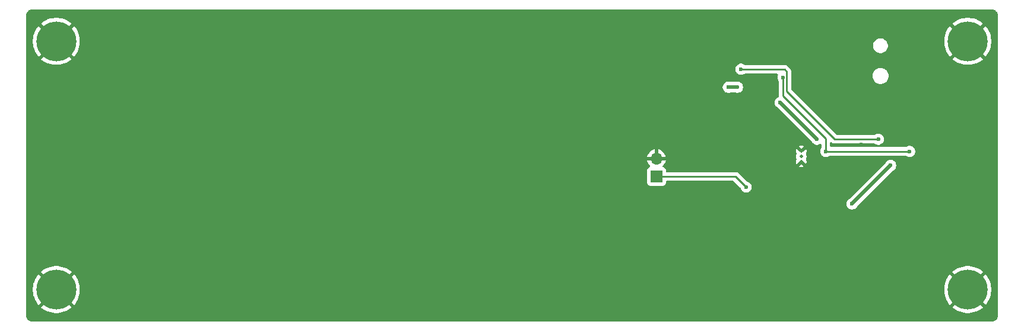
<source format=gbl>
G04 #@! TF.GenerationSoftware,KiCad,Pcbnew,9.0.3*
G04 #@! TF.CreationDate,2025-08-26T17:04:27-07:00*
G04 #@! TF.ProjectId,newbatt,6e657762-6174-4742-9e6b-696361645f70,3*
G04 #@! TF.SameCoordinates,Original*
G04 #@! TF.FileFunction,Copper,L2,Bot*
G04 #@! TF.FilePolarity,Positive*
%FSLAX45Y45*%
G04 Gerber Fmt 4.5, Leading zero omitted, Abs format (unit mm)*
G04 Created by KiCad (PCBNEW 9.0.3) date 2025-08-26 17:04:27*
%MOMM*%
%LPD*%
G01*
G04 APERTURE LIST*
G04 #@! TA.AperFunction,ComponentPad*
%ADD10C,3.600000*%
G04 #@! TD*
G04 #@! TA.AperFunction,ConnectorPad*
%ADD11C,5.700000*%
G04 #@! TD*
G04 #@! TA.AperFunction,ComponentPad*
%ADD12C,0.508000*%
G04 #@! TD*
G04 #@! TA.AperFunction,ComponentPad*
%ADD13R,1.700000X1.700000*%
G04 #@! TD*
G04 #@! TA.AperFunction,ComponentPad*
%ADD14O,1.700000X1.700000*%
G04 #@! TD*
G04 #@! TA.AperFunction,ViaPad*
%ADD15C,0.600000*%
G04 #@! TD*
G04 #@! TA.AperFunction,Conductor*
%ADD16C,0.250000*%
G04 #@! TD*
G04 #@! TA.AperFunction,Conductor*
%ADD17C,0.500000*%
G04 #@! TD*
G04 APERTURE END LIST*
D10*
X14950000Y-5525000D03*
D11*
X14950000Y-5525000D03*
D10*
X1950000Y-1975000D03*
D11*
X1950000Y-1975000D03*
D10*
X14950000Y-1975000D03*
D11*
X14950000Y-1975000D03*
D12*
X12575000Y-3542520D03*
X12575000Y-3621260D03*
X12575000Y-3700000D03*
D13*
X10510000Y-3907500D03*
D14*
X10510000Y-3653500D03*
D10*
X1950000Y-5525000D03*
D11*
X1950000Y-5525000D03*
D15*
X13950000Y-4200000D03*
X12200000Y-4695000D03*
X12410000Y-4060000D03*
X11820000Y-3790000D03*
X12810000Y-4920000D03*
X13350000Y-4450000D03*
X13230000Y-2040000D03*
X13430000Y-3450000D03*
X11715000Y-2375000D03*
X13675000Y-3375000D03*
X14120000Y-3550000D03*
X12925000Y-3550000D03*
X12315000Y-2490000D03*
X11790000Y-4060000D03*
X12275000Y-2850000D03*
X11665000Y-2632500D03*
X12800000Y-3375000D03*
X11535000Y-2632500D03*
X13300000Y-4300000D03*
X13850000Y-3750000D03*
D16*
X12367500Y-2405754D02*
X12336746Y-2375000D01*
X12367500Y-2687500D02*
X12367500Y-2405754D01*
X12336746Y-2375000D02*
X11715000Y-2375000D01*
X13055000Y-3375000D02*
X12367500Y-2687500D01*
X13675000Y-3375000D02*
X13055000Y-3375000D01*
X14120000Y-3550000D02*
X12925000Y-3550000D01*
X12925000Y-3365000D02*
X12925000Y-3550000D01*
X12315000Y-2755000D02*
X12925000Y-3365000D01*
X12315000Y-2490000D02*
X12315000Y-2755000D01*
X11790000Y-4060000D02*
X11637500Y-3907500D01*
X11637500Y-3907500D02*
X10510000Y-3907500D01*
D17*
X12800000Y-3375000D02*
X12275000Y-2850000D01*
X11535000Y-2632500D02*
X11665000Y-2632500D01*
X13300000Y-4300000D02*
X13850000Y-3750000D01*
G04 #@! TA.AperFunction,Conductor*
G36*
X15300606Y-1520110D02*
G01*
X15301605Y-1520208D01*
X15314382Y-1521466D01*
X15316765Y-1521940D01*
X15329428Y-1525781D01*
X15331672Y-1526711D01*
X15343341Y-1532948D01*
X15345362Y-1534299D01*
X15355589Y-1542692D01*
X15357308Y-1544411D01*
X15365701Y-1554638D01*
X15367052Y-1556659D01*
X15373288Y-1568327D01*
X15374219Y-1570573D01*
X15378059Y-1583234D01*
X15378533Y-1585618D01*
X15379890Y-1599394D01*
X15379950Y-1600609D01*
X15379950Y-5899391D01*
X15379890Y-5900606D01*
X15379890Y-5900606D01*
X15378533Y-5914382D01*
X15378059Y-5916766D01*
X15374219Y-5929427D01*
X15373288Y-5931673D01*
X15367052Y-5943341D01*
X15365701Y-5945362D01*
X15357308Y-5955589D01*
X15355589Y-5957308D01*
X15345362Y-5965701D01*
X15343341Y-5967052D01*
X15331673Y-5973288D01*
X15329427Y-5974219D01*
X15316766Y-5978059D01*
X15314382Y-5978533D01*
X15300606Y-5979890D01*
X15299391Y-5979950D01*
X1600609Y-5979950D01*
X1599394Y-5979890D01*
X1585618Y-5978533D01*
X1583234Y-5978059D01*
X1570573Y-5974219D01*
X1568327Y-5973288D01*
X1556659Y-5967052D01*
X1554638Y-5965701D01*
X1544411Y-5957308D01*
X1542692Y-5955589D01*
X1534299Y-5945362D01*
X1532948Y-5943341D01*
X1526712Y-5931673D01*
X1525781Y-5929428D01*
X1521940Y-5916765D01*
X1521466Y-5914382D01*
X1520110Y-5900606D01*
X1520050Y-5899391D01*
X1520050Y-5508543D01*
X1615000Y-5508543D01*
X1615000Y-5541457D01*
X1618226Y-5574214D01*
X1624647Y-5606496D01*
X1624647Y-5606496D01*
X1634202Y-5637995D01*
X1646798Y-5668404D01*
X1646799Y-5668404D01*
X1662314Y-5697431D01*
X1662315Y-5697433D01*
X1680601Y-5724799D01*
X1680601Y-5724800D01*
X1696036Y-5743608D01*
X1696036Y-5743608D01*
X1820575Y-5619070D01*
X1827959Y-5629233D01*
X1845767Y-5647041D01*
X1855930Y-5654425D01*
X1731392Y-5778963D01*
X1731392Y-5778963D01*
X1750200Y-5794399D01*
X1750200Y-5794399D01*
X1777567Y-5812685D01*
X1777569Y-5812686D01*
X1806595Y-5828201D01*
X1806596Y-5828201D01*
X1837005Y-5840797D01*
X1868504Y-5850352D01*
X1868504Y-5850352D01*
X1900786Y-5856774D01*
X1933543Y-5860000D01*
X1966457Y-5860000D01*
X1999214Y-5856774D01*
X2031496Y-5850352D01*
X2031496Y-5850352D01*
X2062995Y-5840797D01*
X2093404Y-5828201D01*
X2093404Y-5828201D01*
X2122431Y-5812686D01*
X2122433Y-5812685D01*
X2149800Y-5794399D01*
X2168608Y-5778963D01*
X2168608Y-5778963D01*
X2044070Y-5654425D01*
X2054233Y-5647041D01*
X2072041Y-5629233D01*
X2079425Y-5619070D01*
X2203963Y-5743608D01*
X2203964Y-5743608D01*
X2219399Y-5724800D01*
X2237685Y-5697433D01*
X2237686Y-5697431D01*
X2253201Y-5668404D01*
X2253201Y-5668404D01*
X2265797Y-5637995D01*
X2275352Y-5606496D01*
X2275353Y-5606496D01*
X2281774Y-5574214D01*
X2285000Y-5541457D01*
X2285000Y-5508543D01*
X14615000Y-5508543D01*
X14615000Y-5541457D01*
X14618226Y-5574214D01*
X14624647Y-5606496D01*
X14624647Y-5606496D01*
X14634202Y-5637995D01*
X14646798Y-5668404D01*
X14646799Y-5668404D01*
X14662314Y-5697431D01*
X14662315Y-5697433D01*
X14680601Y-5724799D01*
X14680601Y-5724800D01*
X14696036Y-5743608D01*
X14696036Y-5743608D01*
X14820575Y-5619070D01*
X14827959Y-5629233D01*
X14845767Y-5647041D01*
X14855930Y-5654425D01*
X14731392Y-5778963D01*
X14731392Y-5778963D01*
X14750200Y-5794399D01*
X14750200Y-5794399D01*
X14777567Y-5812685D01*
X14777569Y-5812686D01*
X14806595Y-5828201D01*
X14806596Y-5828201D01*
X14837005Y-5840797D01*
X14868504Y-5850352D01*
X14868504Y-5850352D01*
X14900786Y-5856774D01*
X14933543Y-5860000D01*
X14966457Y-5860000D01*
X14999214Y-5856774D01*
X15031496Y-5850352D01*
X15031496Y-5850352D01*
X15062995Y-5840797D01*
X15093404Y-5828201D01*
X15093404Y-5828201D01*
X15122431Y-5812686D01*
X15122433Y-5812685D01*
X15149800Y-5794399D01*
X15168608Y-5778963D01*
X15168608Y-5778963D01*
X15044070Y-5654425D01*
X15054233Y-5647041D01*
X15072041Y-5629233D01*
X15079425Y-5619070D01*
X15203963Y-5743608D01*
X15203963Y-5743608D01*
X15219399Y-5724800D01*
X15237685Y-5697433D01*
X15237686Y-5697431D01*
X15253201Y-5668404D01*
X15253201Y-5668404D01*
X15265797Y-5637995D01*
X15275352Y-5606496D01*
X15275352Y-5606496D01*
X15281774Y-5574214D01*
X15285000Y-5541457D01*
X15285000Y-5508543D01*
X15281774Y-5475786D01*
X15275352Y-5443504D01*
X15275352Y-5443504D01*
X15265797Y-5412005D01*
X15253201Y-5381596D01*
X15253201Y-5381596D01*
X15237686Y-5352569D01*
X15237685Y-5352567D01*
X15219399Y-5325200D01*
X15219399Y-5325200D01*
X15203963Y-5306392D01*
X15203963Y-5306392D01*
X15079425Y-5430930D01*
X15072041Y-5420767D01*
X15054233Y-5402959D01*
X15044070Y-5395575D01*
X15168608Y-5271037D01*
X15168608Y-5271036D01*
X15149800Y-5255601D01*
X15149799Y-5255601D01*
X15122433Y-5237315D01*
X15122431Y-5237314D01*
X15093404Y-5221799D01*
X15093404Y-5221799D01*
X15062995Y-5209203D01*
X15031496Y-5199648D01*
X15031496Y-5199647D01*
X14999214Y-5193226D01*
X14966457Y-5190000D01*
X14933543Y-5190000D01*
X14900786Y-5193226D01*
X14868504Y-5199647D01*
X14868504Y-5199648D01*
X14837005Y-5209203D01*
X14806596Y-5221799D01*
X14806595Y-5221799D01*
X14777569Y-5237314D01*
X14777567Y-5237315D01*
X14750200Y-5255601D01*
X14750200Y-5255601D01*
X14731392Y-5271036D01*
X14731392Y-5271037D01*
X14855930Y-5395575D01*
X14845767Y-5402959D01*
X14827959Y-5420767D01*
X14820575Y-5430930D01*
X14696036Y-5306392D01*
X14696036Y-5306392D01*
X14680601Y-5325200D01*
X14680601Y-5325200D01*
X14662315Y-5352567D01*
X14662314Y-5352569D01*
X14646799Y-5381596D01*
X14646798Y-5381596D01*
X14634202Y-5412005D01*
X14624647Y-5443504D01*
X14624647Y-5443504D01*
X14618226Y-5475786D01*
X14615000Y-5508543D01*
X2285000Y-5508543D01*
X2281774Y-5475786D01*
X2275353Y-5443504D01*
X2275352Y-5443504D01*
X2265797Y-5412005D01*
X2253201Y-5381596D01*
X2253201Y-5381596D01*
X2237686Y-5352569D01*
X2237685Y-5352567D01*
X2219399Y-5325200D01*
X2219399Y-5325200D01*
X2203963Y-5306392D01*
X2203963Y-5306392D01*
X2079425Y-5430930D01*
X2072041Y-5420767D01*
X2054233Y-5402959D01*
X2044070Y-5395575D01*
X2168608Y-5271037D01*
X2168608Y-5271036D01*
X2149800Y-5255601D01*
X2149800Y-5255601D01*
X2122433Y-5237315D01*
X2122431Y-5237314D01*
X2093404Y-5221799D01*
X2093404Y-5221799D01*
X2062995Y-5209203D01*
X2031496Y-5199648D01*
X2031496Y-5199647D01*
X1999214Y-5193226D01*
X1966457Y-5190000D01*
X1933543Y-5190000D01*
X1900786Y-5193226D01*
X1868504Y-5199647D01*
X1868504Y-5199648D01*
X1837005Y-5209203D01*
X1806596Y-5221799D01*
X1806595Y-5221799D01*
X1777569Y-5237314D01*
X1777567Y-5237315D01*
X1750200Y-5255601D01*
X1750200Y-5255601D01*
X1731392Y-5271036D01*
X1731392Y-5271037D01*
X1855930Y-5395575D01*
X1845767Y-5402959D01*
X1827959Y-5420767D01*
X1820575Y-5430930D01*
X1696036Y-5306392D01*
X1696036Y-5306392D01*
X1680601Y-5325200D01*
X1680601Y-5325200D01*
X1662315Y-5352567D01*
X1662314Y-5352569D01*
X1646799Y-5381596D01*
X1646798Y-5381596D01*
X1634202Y-5412005D01*
X1624647Y-5443504D01*
X1624647Y-5443504D01*
X1618226Y-5475786D01*
X1615000Y-5508543D01*
X1520050Y-5508543D01*
X1520050Y-4292115D01*
X13219950Y-4292115D01*
X13219950Y-4307885D01*
X13223026Y-4323349D01*
X13223026Y-4323350D01*
X13229060Y-4337917D01*
X13229061Y-4337919D01*
X13237821Y-4351029D01*
X13237821Y-4351029D01*
X13248971Y-4362179D01*
X13248971Y-4362179D01*
X13262081Y-4370939D01*
X13262083Y-4370940D01*
X13276650Y-4376974D01*
X13276650Y-4376974D01*
X13292115Y-4380050D01*
X13292116Y-4380050D01*
X13292116Y-4380050D01*
X13307884Y-4380050D01*
X13307884Y-4380050D01*
X13323350Y-4376974D01*
X13337918Y-4370939D01*
X13351029Y-4362179D01*
X13362179Y-4351029D01*
X13370939Y-4337918D01*
X13371919Y-4335552D01*
X13374607Y-4331530D01*
X13881529Y-3824607D01*
X13885552Y-3821919D01*
X13887918Y-3820939D01*
X13901029Y-3812179D01*
X13912179Y-3801029D01*
X13920939Y-3787918D01*
X13921425Y-3786745D01*
X13924998Y-3778120D01*
X13926974Y-3773350D01*
X13930050Y-3757884D01*
X13930050Y-3742116D01*
X13930050Y-3742115D01*
X13930050Y-3742115D01*
X13926974Y-3726651D01*
X13926974Y-3726650D01*
X13925044Y-3721993D01*
X13920940Y-3712083D01*
X13920939Y-3712081D01*
X13912179Y-3698971D01*
X13912179Y-3698971D01*
X13901029Y-3687821D01*
X13901029Y-3687821D01*
X13887918Y-3679061D01*
X13887917Y-3679060D01*
X13873350Y-3673026D01*
X13873349Y-3673026D01*
X13857884Y-3669950D01*
X13857884Y-3669950D01*
X13842116Y-3669950D01*
X13842115Y-3669950D01*
X13826651Y-3673026D01*
X13826650Y-3673026D01*
X13812083Y-3679060D01*
X13812081Y-3679061D01*
X13798971Y-3687821D01*
X13798971Y-3687821D01*
X13787821Y-3698971D01*
X13787821Y-3698971D01*
X13779061Y-3712082D01*
X13779060Y-3712082D01*
X13778080Y-3714448D01*
X13775393Y-3718470D01*
X13268470Y-4225393D01*
X13264448Y-4228081D01*
X13262082Y-4229061D01*
X13262082Y-4229061D01*
X13248971Y-4237821D01*
X13248971Y-4237821D01*
X13237821Y-4248971D01*
X13237821Y-4248971D01*
X13229061Y-4262081D01*
X13229060Y-4262083D01*
X13223026Y-4276650D01*
X13223026Y-4276651D01*
X13219950Y-4292115D01*
X1520050Y-4292115D01*
X1520050Y-3817713D01*
X10374950Y-3817713D01*
X10374950Y-3997287D01*
X10374950Y-3997288D01*
X10375591Y-4003248D01*
X10380620Y-4016733D01*
X10380621Y-4016733D01*
X10389245Y-4028254D01*
X10389246Y-4028255D01*
X10400766Y-4036879D01*
X10400767Y-4036880D01*
X10414252Y-4041909D01*
X10414252Y-4041909D01*
X10414944Y-4041983D01*
X10420213Y-4042550D01*
X10599787Y-4042550D01*
X10605748Y-4041909D01*
X10619233Y-4036880D01*
X10630755Y-4028255D01*
X10639380Y-4016733D01*
X10644409Y-4003248D01*
X10645050Y-3997287D01*
X10645050Y-3982450D01*
X10647019Y-3975746D01*
X10652299Y-3971171D01*
X10657450Y-3970050D01*
X11606455Y-3970050D01*
X11613159Y-3972018D01*
X11615223Y-3973682D01*
X11707420Y-4065880D01*
X11710769Y-4072012D01*
X11710814Y-4072229D01*
X11713026Y-4083349D01*
X11713026Y-4083350D01*
X11719060Y-4097917D01*
X11719061Y-4097918D01*
X11727821Y-4111029D01*
X11727821Y-4111029D01*
X11738971Y-4122179D01*
X11738971Y-4122179D01*
X11752081Y-4130939D01*
X11752083Y-4130940D01*
X11766650Y-4136973D01*
X11766650Y-4136974D01*
X11782115Y-4140050D01*
X11782116Y-4140050D01*
X11782116Y-4140050D01*
X11797884Y-4140050D01*
X11797884Y-4140050D01*
X11813350Y-4136974D01*
X11827918Y-4130939D01*
X11841029Y-4122179D01*
X11852179Y-4111029D01*
X11860939Y-4097918D01*
X11866974Y-4083350D01*
X11870050Y-4067884D01*
X11870050Y-4052116D01*
X11870050Y-4052115D01*
X11870050Y-4052115D01*
X11867019Y-4036880D01*
X11866974Y-4036650D01*
X11863496Y-4028255D01*
X11860940Y-4022083D01*
X11860939Y-4022081D01*
X11852179Y-4008971D01*
X11852179Y-4008971D01*
X11841029Y-3997821D01*
X11841029Y-3997821D01*
X11827918Y-3989061D01*
X11827917Y-3989060D01*
X11813350Y-3983026D01*
X11813349Y-3983026D01*
X11802229Y-3980814D01*
X11796037Y-3977576D01*
X11795880Y-3977420D01*
X11687082Y-3868623D01*
X11686086Y-3867627D01*
X11686086Y-3867627D01*
X11677373Y-3858914D01*
X11672251Y-3855491D01*
X11667129Y-3852069D01*
X11667128Y-3852069D01*
X11667128Y-3852068D01*
X11659760Y-3849017D01*
X11659760Y-3849017D01*
X11659079Y-3848735D01*
X11655745Y-3847354D01*
X11649703Y-3846152D01*
X11649231Y-3846058D01*
X11649230Y-3846058D01*
X11643661Y-3844950D01*
X11643661Y-3844950D01*
X11643661Y-3844950D01*
X10657450Y-3844950D01*
X10650746Y-3842981D01*
X10646171Y-3837701D01*
X10645050Y-3832550D01*
X10645050Y-3817713D01*
X10645050Y-3817712D01*
X10645050Y-3817712D01*
X10644409Y-3811752D01*
X10639380Y-3798267D01*
X10639380Y-3798267D01*
X10639379Y-3798266D01*
X10630755Y-3786745D01*
X10630754Y-3786745D01*
X10619234Y-3778121D01*
X10619233Y-3778120D01*
X10612477Y-3775601D01*
X10606040Y-3773200D01*
X10600447Y-3769013D01*
X10600093Y-3768064D01*
X12542291Y-3768064D01*
X12553007Y-3772502D01*
X12553007Y-3772502D01*
X12567573Y-3775400D01*
X12567574Y-3775400D01*
X12582426Y-3775400D01*
X12582427Y-3775400D01*
X12596993Y-3772502D01*
X12596994Y-3772502D01*
X12607709Y-3768064D01*
X12607709Y-3768064D01*
X12575000Y-3735355D01*
X12575000Y-3735355D01*
X12542291Y-3768064D01*
X10600093Y-3768064D01*
X10598005Y-3762466D01*
X10599490Y-3755639D01*
X10601605Y-3752813D01*
X10612973Y-3741446D01*
X10625462Y-3724256D01*
X10635110Y-3705322D01*
X10641676Y-3685113D01*
X10641676Y-3685113D01*
X10642723Y-3678500D01*
X10553301Y-3678500D01*
X10556593Y-3672799D01*
X10560000Y-3660083D01*
X10560000Y-3646917D01*
X10556593Y-3634201D01*
X10553301Y-3628500D01*
X10642723Y-3628500D01*
X10641676Y-3621887D01*
X10641676Y-3621887D01*
X10635110Y-3601678D01*
X10625462Y-3582744D01*
X10612973Y-3565554D01*
X10612972Y-3565553D01*
X10597946Y-3550528D01*
X10597946Y-3550527D01*
X10589673Y-3544516D01*
X10580756Y-3538038D01*
X10574977Y-3535093D01*
X12499600Y-3535093D01*
X12499600Y-3549947D01*
X12502497Y-3564513D01*
X12502498Y-3564514D01*
X12507730Y-3577145D01*
X12508476Y-3584092D01*
X12507730Y-3586635D01*
X12502498Y-3599266D01*
X12502497Y-3599267D01*
X12499600Y-3613833D01*
X12499600Y-3628687D01*
X12502497Y-3643253D01*
X12502498Y-3643254D01*
X12507730Y-3655885D01*
X12508476Y-3662832D01*
X12507730Y-3665375D01*
X12502498Y-3678006D01*
X12502497Y-3678007D01*
X12499600Y-3692573D01*
X12499600Y-3707427D01*
X12502497Y-3721993D01*
X12502498Y-3721993D01*
X12506936Y-3732709D01*
X12548554Y-3691090D01*
X12554686Y-3687742D01*
X12561656Y-3688240D01*
X12566004Y-3691035D01*
X12564233Y-3692806D01*
X12562300Y-3697474D01*
X12562300Y-3702526D01*
X12564233Y-3707194D01*
X12567806Y-3710766D01*
X12572474Y-3712700D01*
X12577526Y-3712700D01*
X12582194Y-3710766D01*
X12585766Y-3707194D01*
X12587700Y-3702526D01*
X12587700Y-3697474D01*
X12585766Y-3692806D01*
X12584001Y-3691040D01*
X12590042Y-3687742D01*
X12597011Y-3688240D01*
X12601446Y-3691090D01*
X12643064Y-3732709D01*
X12643064Y-3732709D01*
X12647502Y-3721994D01*
X12647502Y-3721993D01*
X12650400Y-3707427D01*
X12650400Y-3707426D01*
X12650400Y-3692573D01*
X12650400Y-3692573D01*
X12647502Y-3678007D01*
X12647502Y-3678006D01*
X12642270Y-3665375D01*
X12641523Y-3658428D01*
X12642270Y-3655885D01*
X12647502Y-3643253D01*
X12647502Y-3643253D01*
X12650400Y-3628687D01*
X12650400Y-3628686D01*
X12650400Y-3613833D01*
X12650400Y-3613833D01*
X12647502Y-3599267D01*
X12647502Y-3599266D01*
X12642270Y-3586635D01*
X12641523Y-3579688D01*
X12642270Y-3577145D01*
X12647502Y-3564513D01*
X12647502Y-3564513D01*
X12650400Y-3549947D01*
X12650400Y-3549946D01*
X12650400Y-3535093D01*
X12650400Y-3535093D01*
X12647502Y-3520527D01*
X12647502Y-3520527D01*
X12643064Y-3509811D01*
X12601446Y-3551429D01*
X12595313Y-3554778D01*
X12588344Y-3554280D01*
X12583996Y-3551485D01*
X12585766Y-3549714D01*
X12587700Y-3545046D01*
X12587700Y-3539994D01*
X12585766Y-3535326D01*
X12582194Y-3531753D01*
X12577526Y-3529820D01*
X12572474Y-3529820D01*
X12567806Y-3531753D01*
X12564233Y-3535326D01*
X12562300Y-3539994D01*
X12562300Y-3545046D01*
X12564233Y-3549714D01*
X12565999Y-3551479D01*
X12559958Y-3554778D01*
X12552989Y-3554280D01*
X12548554Y-3551429D01*
X12506936Y-3509811D01*
X12502498Y-3520526D01*
X12502497Y-3520527D01*
X12499600Y-3535093D01*
X10574977Y-3535093D01*
X10561822Y-3528390D01*
X10541612Y-3521824D01*
X10535000Y-3520777D01*
X10535000Y-3610199D01*
X10529299Y-3606907D01*
X10516583Y-3603500D01*
X10503417Y-3603500D01*
X10490701Y-3606907D01*
X10485000Y-3610199D01*
X10485000Y-3520777D01*
X10485000Y-3520777D01*
X10478388Y-3521824D01*
X10458178Y-3528390D01*
X10439244Y-3538038D01*
X10422054Y-3550527D01*
X10422054Y-3550528D01*
X10407028Y-3565553D01*
X10407027Y-3565554D01*
X10394538Y-3582744D01*
X10384890Y-3601678D01*
X10378324Y-3621887D01*
X10378324Y-3621887D01*
X10377277Y-3628500D01*
X10466699Y-3628500D01*
X10463408Y-3634201D01*
X10460000Y-3646917D01*
X10460000Y-3660083D01*
X10463408Y-3672799D01*
X10466699Y-3678500D01*
X10377277Y-3678500D01*
X10378324Y-3685113D01*
X10378324Y-3685113D01*
X10384890Y-3705322D01*
X10394538Y-3724256D01*
X10407027Y-3741446D01*
X10407028Y-3741446D01*
X10418395Y-3752813D01*
X10421743Y-3758946D01*
X10421245Y-3765915D01*
X10417058Y-3771508D01*
X10413960Y-3773200D01*
X10400767Y-3778120D01*
X10400766Y-3778121D01*
X10389246Y-3786745D01*
X10389245Y-3786745D01*
X10380621Y-3798266D01*
X10380620Y-3798267D01*
X10375591Y-3811752D01*
X10374950Y-3817712D01*
X10374950Y-3817712D01*
X10374950Y-3817713D01*
X1520050Y-3817713D01*
X1520050Y-3474456D01*
X12542291Y-3474456D01*
X12575000Y-3507165D01*
X12575000Y-3507165D01*
X12607709Y-3474456D01*
X12596993Y-3470018D01*
X12596993Y-3470017D01*
X12582426Y-3467120D01*
X12567573Y-3467120D01*
X12553007Y-3470017D01*
X12553006Y-3470018D01*
X12542291Y-3474456D01*
X1520050Y-3474456D01*
X1520050Y-2624615D01*
X11454950Y-2624615D01*
X11454950Y-2640385D01*
X11458026Y-2655849D01*
X11458026Y-2655850D01*
X11464060Y-2670417D01*
X11464061Y-2670419D01*
X11472821Y-2683529D01*
X11472821Y-2683529D01*
X11483971Y-2694679D01*
X11483971Y-2694679D01*
X11497081Y-2703439D01*
X11497083Y-2703440D01*
X11507006Y-2707550D01*
X11511650Y-2709474D01*
X11527115Y-2712550D01*
X11527116Y-2712550D01*
X11527116Y-2712550D01*
X11542884Y-2712550D01*
X11542884Y-2712550D01*
X11550515Y-2711032D01*
X11558349Y-2709474D01*
X11558349Y-2709474D01*
X11558350Y-2709474D01*
X11560715Y-2708494D01*
X11565460Y-2707550D01*
X11634540Y-2707550D01*
X11639284Y-2708494D01*
X11641650Y-2709474D01*
X11641651Y-2709474D01*
X11641651Y-2709474D01*
X11657115Y-2712550D01*
X11657116Y-2712550D01*
X11657116Y-2712550D01*
X11672884Y-2712550D01*
X11672884Y-2712550D01*
X11688350Y-2709474D01*
X11702918Y-2703439D01*
X11716029Y-2694679D01*
X11727179Y-2683529D01*
X11735939Y-2670418D01*
X11741974Y-2655850D01*
X11745050Y-2640384D01*
X11745050Y-2624616D01*
X11745050Y-2624616D01*
X11745050Y-2624615D01*
X11741974Y-2609151D01*
X11741974Y-2609150D01*
X11741973Y-2609150D01*
X11735940Y-2594583D01*
X11735939Y-2594581D01*
X11727179Y-2581471D01*
X11727179Y-2581471D01*
X11716029Y-2570321D01*
X11716029Y-2570321D01*
X11702918Y-2561561D01*
X11702917Y-2561560D01*
X11688350Y-2555526D01*
X11688349Y-2555526D01*
X11672884Y-2552450D01*
X11672884Y-2552450D01*
X11657116Y-2552450D01*
X11657115Y-2552450D01*
X11641651Y-2555526D01*
X11641651Y-2555526D01*
X11641650Y-2555526D01*
X11641650Y-2555526D01*
X11639284Y-2556506D01*
X11634540Y-2557450D01*
X11565460Y-2557450D01*
X11560715Y-2556506D01*
X11558350Y-2555526D01*
X11558349Y-2555526D01*
X11558349Y-2555526D01*
X11542884Y-2552450D01*
X11542884Y-2552450D01*
X11527116Y-2552450D01*
X11527115Y-2552450D01*
X11511651Y-2555526D01*
X11511650Y-2555526D01*
X11497083Y-2561560D01*
X11497081Y-2561561D01*
X11483971Y-2570321D01*
X11483971Y-2570321D01*
X11472821Y-2581471D01*
X11472821Y-2581471D01*
X11464061Y-2594581D01*
X11464060Y-2594583D01*
X11458026Y-2609150D01*
X11458026Y-2609151D01*
X11454950Y-2624615D01*
X1520050Y-2624615D01*
X1520050Y-2367115D01*
X11634950Y-2367115D01*
X11634950Y-2382885D01*
X11638026Y-2398349D01*
X11638026Y-2398350D01*
X11644060Y-2412917D01*
X11644061Y-2412919D01*
X11652821Y-2426029D01*
X11652821Y-2426029D01*
X11663971Y-2437179D01*
X11663971Y-2437179D01*
X11677081Y-2445939D01*
X11677083Y-2445940D01*
X11691025Y-2451715D01*
X11691650Y-2451974D01*
X11705332Y-2454695D01*
X11707115Y-2455050D01*
X11707116Y-2455050D01*
X11707116Y-2455050D01*
X11722884Y-2455050D01*
X11722884Y-2455050D01*
X11738350Y-2451974D01*
X11752918Y-2445939D01*
X11762346Y-2439640D01*
X11769014Y-2437552D01*
X11769235Y-2437550D01*
X12231522Y-2437550D01*
X12238226Y-2439519D01*
X12242801Y-2444799D01*
X12243796Y-2451715D01*
X12242978Y-2454695D01*
X12238026Y-2466650D01*
X12238026Y-2466651D01*
X12234950Y-2482115D01*
X12234950Y-2497885D01*
X12238026Y-2513349D01*
X12238026Y-2513350D01*
X12244060Y-2527917D01*
X12244061Y-2527918D01*
X12250360Y-2537346D01*
X12252448Y-2544014D01*
X12252450Y-2544235D01*
X12252450Y-2761161D01*
X12252584Y-2761836D01*
X12251962Y-2768795D01*
X12247675Y-2774313D01*
X12245168Y-2775711D01*
X12237082Y-2779060D01*
X12237081Y-2779061D01*
X12223971Y-2787821D01*
X12223971Y-2787821D01*
X12212821Y-2798971D01*
X12212821Y-2798971D01*
X12204061Y-2812081D01*
X12204060Y-2812083D01*
X12198026Y-2826650D01*
X12198026Y-2826651D01*
X12194950Y-2842115D01*
X12194950Y-2857885D01*
X12198026Y-2873349D01*
X12198026Y-2873350D01*
X12204060Y-2887917D01*
X12204061Y-2887918D01*
X12212821Y-2901029D01*
X12212821Y-2901029D01*
X12223971Y-2912179D01*
X12237081Y-2920939D01*
X12237082Y-2920939D01*
X12239447Y-2921919D01*
X12243470Y-2924607D01*
X12725393Y-3406529D01*
X12728080Y-3410552D01*
X12729060Y-3412917D01*
X12729061Y-3412918D01*
X12729061Y-3412918D01*
X12737821Y-3426029D01*
X12737821Y-3426029D01*
X12748971Y-3437179D01*
X12748971Y-3437179D01*
X12762081Y-3445939D01*
X12762083Y-3445940D01*
X12765595Y-3447394D01*
X12776650Y-3451974D01*
X12792115Y-3455050D01*
X12792116Y-3455050D01*
X12792116Y-3455050D01*
X12807884Y-3455050D01*
X12807884Y-3455050D01*
X12823350Y-3451974D01*
X12837918Y-3445939D01*
X12837918Y-3445939D01*
X12837919Y-3445939D01*
X12843161Y-3442436D01*
X12849828Y-3440348D01*
X12856566Y-3442197D01*
X12861236Y-3447394D01*
X12862450Y-3452746D01*
X12862450Y-3495765D01*
X12860481Y-3502469D01*
X12860360Y-3502654D01*
X12854061Y-3512081D01*
X12854060Y-3512083D01*
X12848026Y-3526650D01*
X12848026Y-3526651D01*
X12844950Y-3542115D01*
X12844950Y-3557885D01*
X12848026Y-3573349D01*
X12848026Y-3573350D01*
X12854060Y-3587917D01*
X12854061Y-3587918D01*
X12862821Y-3601029D01*
X12862821Y-3601029D01*
X12873971Y-3612179D01*
X12873971Y-3612179D01*
X12887081Y-3620939D01*
X12887083Y-3620940D01*
X12893955Y-3623786D01*
X12901650Y-3626974D01*
X12917115Y-3630050D01*
X12917116Y-3630050D01*
X12917116Y-3630050D01*
X12932884Y-3630050D01*
X12932884Y-3630050D01*
X12948350Y-3626974D01*
X12959617Y-3622307D01*
X12962917Y-3620940D01*
X12962917Y-3620940D01*
X12962918Y-3620939D01*
X12972346Y-3614640D01*
X12979014Y-3612552D01*
X12979235Y-3612550D01*
X14065765Y-3612550D01*
X14072469Y-3614518D01*
X14072654Y-3614640D01*
X14082082Y-3620939D01*
X14082082Y-3620939D01*
X14082083Y-3620940D01*
X14088955Y-3623786D01*
X14096650Y-3626974D01*
X14112115Y-3630050D01*
X14112116Y-3630050D01*
X14112116Y-3630050D01*
X14127884Y-3630050D01*
X14127884Y-3630050D01*
X14143350Y-3626974D01*
X14154617Y-3622307D01*
X14157917Y-3620940D01*
X14157917Y-3620940D01*
X14157918Y-3620939D01*
X14171029Y-3612179D01*
X14182179Y-3601029D01*
X14190939Y-3587918D01*
X14196974Y-3573350D01*
X14200050Y-3557884D01*
X14200050Y-3542116D01*
X14200050Y-3542115D01*
X14200050Y-3542115D01*
X14196974Y-3526651D01*
X14196974Y-3526650D01*
X14196973Y-3526650D01*
X14190940Y-3512083D01*
X14190939Y-3512081D01*
X14182179Y-3498971D01*
X14182179Y-3498971D01*
X14171029Y-3487821D01*
X14171029Y-3487821D01*
X14157918Y-3479061D01*
X14157917Y-3479060D01*
X14143350Y-3473026D01*
X14143349Y-3473026D01*
X14127884Y-3469950D01*
X14127884Y-3469950D01*
X14112116Y-3469950D01*
X14112115Y-3469950D01*
X14096651Y-3473026D01*
X14096650Y-3473026D01*
X14082083Y-3479060D01*
X14082081Y-3479061D01*
X14072654Y-3485360D01*
X14065986Y-3487448D01*
X14065765Y-3487450D01*
X12999950Y-3487450D01*
X12993246Y-3485481D01*
X12988671Y-3480201D01*
X12987550Y-3475050D01*
X12987550Y-3425945D01*
X12989518Y-3419241D01*
X12994799Y-3414666D01*
X13001715Y-3413672D01*
X13008070Y-3416574D01*
X13008718Y-3417177D01*
X13015126Y-3423585D01*
X13015127Y-3423586D01*
X13025371Y-3430431D01*
X13025371Y-3430431D01*
X13025371Y-3430431D01*
X13036755Y-3435146D01*
X13042797Y-3436348D01*
X13048839Y-3437550D01*
X13048839Y-3437550D01*
X13620765Y-3437550D01*
X13627469Y-3439518D01*
X13627654Y-3439640D01*
X13637082Y-3445939D01*
X13637082Y-3445939D01*
X13637083Y-3445940D01*
X13640595Y-3447394D01*
X13651650Y-3451974D01*
X13667115Y-3455050D01*
X13667116Y-3455050D01*
X13667116Y-3455050D01*
X13682884Y-3455050D01*
X13682884Y-3455050D01*
X13698350Y-3451974D01*
X13712918Y-3445939D01*
X13726029Y-3437179D01*
X13737179Y-3426029D01*
X13745939Y-3412918D01*
X13751974Y-3398350D01*
X13755050Y-3382884D01*
X13755050Y-3367116D01*
X13755050Y-3367115D01*
X13755050Y-3367115D01*
X13751974Y-3351651D01*
X13751974Y-3351650D01*
X13751973Y-3351650D01*
X13745940Y-3337083D01*
X13745939Y-3337081D01*
X13737179Y-3323971D01*
X13737179Y-3323971D01*
X13726029Y-3312821D01*
X13726029Y-3312821D01*
X13712918Y-3304061D01*
X13712917Y-3304060D01*
X13698350Y-3298026D01*
X13698349Y-3298026D01*
X13682884Y-3294950D01*
X13682884Y-3294950D01*
X13667116Y-3294950D01*
X13667115Y-3294950D01*
X13651651Y-3298026D01*
X13651650Y-3298026D01*
X13637083Y-3304060D01*
X13637081Y-3304061D01*
X13627654Y-3310360D01*
X13620986Y-3312448D01*
X13620765Y-3312450D01*
X13086045Y-3312450D01*
X13079341Y-3310481D01*
X13077277Y-3308818D01*
X12433682Y-2665223D01*
X12430333Y-2659091D01*
X12430050Y-2656455D01*
X12430050Y-2460945D01*
X13589950Y-2460945D01*
X13589950Y-2479055D01*
X13592783Y-2496941D01*
X13598379Y-2514164D01*
X13598379Y-2514164D01*
X13606601Y-2530300D01*
X13617244Y-2544949D01*
X13617244Y-2544950D01*
X13630050Y-2557755D01*
X13630050Y-2557756D01*
X13642829Y-2567040D01*
X13644701Y-2568400D01*
X13655248Y-2573774D01*
X13660836Y-2576621D01*
X13660836Y-2576621D01*
X13669448Y-2579419D01*
X13678059Y-2582217D01*
X13686343Y-2583529D01*
X13695945Y-2585050D01*
X13695945Y-2585050D01*
X13714055Y-2585050D01*
X13722726Y-2583677D01*
X13731941Y-2582217D01*
X13749164Y-2576621D01*
X13765299Y-2568400D01*
X13779950Y-2557755D01*
X13792755Y-2544950D01*
X13803400Y-2530299D01*
X13811621Y-2514164D01*
X13817217Y-2496941D01*
X13819565Y-2482116D01*
X13820050Y-2479055D01*
X13820050Y-2460945D01*
X13817673Y-2445939D01*
X13817217Y-2443059D01*
X13814419Y-2434448D01*
X13811621Y-2425836D01*
X13811621Y-2425836D01*
X13808774Y-2420248D01*
X13803400Y-2409701D01*
X13796056Y-2399593D01*
X13792756Y-2395051D01*
X13792755Y-2395050D01*
X13779950Y-2382245D01*
X13779949Y-2382244D01*
X13765300Y-2371601D01*
X13765300Y-2371601D01*
X13765299Y-2371600D01*
X13758887Y-2368333D01*
X13749164Y-2363379D01*
X13749164Y-2363379D01*
X13731941Y-2357783D01*
X13714055Y-2354950D01*
X13714055Y-2354950D01*
X13695945Y-2354950D01*
X13695945Y-2354950D01*
X13678059Y-2357783D01*
X13660836Y-2363379D01*
X13660836Y-2363379D01*
X13644700Y-2371601D01*
X13630050Y-2382244D01*
X13630050Y-2382245D01*
X13617244Y-2395050D01*
X13617244Y-2395051D01*
X13606601Y-2409700D01*
X13598379Y-2425836D01*
X13598379Y-2425836D01*
X13592783Y-2443059D01*
X13589950Y-2460945D01*
X12430050Y-2460945D01*
X12430050Y-2399593D01*
X12430050Y-2399593D01*
X12427646Y-2387509D01*
X12426265Y-2384174D01*
X12422931Y-2376125D01*
X12418063Y-2368839D01*
X12416086Y-2365880D01*
X12416086Y-2365880D01*
X12407064Y-2356858D01*
X12407061Y-2356855D01*
X12386061Y-2335856D01*
X12385332Y-2335127D01*
X12385332Y-2335127D01*
X12376620Y-2326414D01*
X12371497Y-2322992D01*
X12366375Y-2319569D01*
X12366375Y-2319569D01*
X12366374Y-2319569D01*
X12359007Y-2316517D01*
X12359006Y-2316517D01*
X12358325Y-2316235D01*
X12354991Y-2314854D01*
X12348949Y-2313652D01*
X12348477Y-2313558D01*
X12348477Y-2313558D01*
X12342907Y-2312450D01*
X12342907Y-2312450D01*
X12342907Y-2312450D01*
X11769235Y-2312450D01*
X11762531Y-2310482D01*
X11762346Y-2310360D01*
X11752918Y-2304061D01*
X11752917Y-2304060D01*
X11738350Y-2298026D01*
X11738349Y-2298026D01*
X11722884Y-2294950D01*
X11722884Y-2294950D01*
X11707116Y-2294950D01*
X11707115Y-2294950D01*
X11691651Y-2298026D01*
X11691650Y-2298026D01*
X11677083Y-2304060D01*
X11677081Y-2304061D01*
X11663971Y-2312821D01*
X11663971Y-2312821D01*
X11652821Y-2323971D01*
X11652821Y-2323971D01*
X11644061Y-2337081D01*
X11644060Y-2337083D01*
X11638026Y-2351650D01*
X11638026Y-2351651D01*
X11634950Y-2367115D01*
X1520050Y-2367115D01*
X1520050Y-1958543D01*
X1615000Y-1958543D01*
X1615000Y-1991457D01*
X1618226Y-2024214D01*
X1624647Y-2056496D01*
X1624647Y-2056496D01*
X1634202Y-2087995D01*
X1646798Y-2118404D01*
X1646799Y-2118404D01*
X1662314Y-2147431D01*
X1662315Y-2147433D01*
X1680601Y-2174800D01*
X1680601Y-2174800D01*
X1696036Y-2193608D01*
X1696036Y-2193608D01*
X1820575Y-2069070D01*
X1827959Y-2079233D01*
X1845767Y-2097041D01*
X1855930Y-2104425D01*
X1731392Y-2228963D01*
X1731392Y-2228963D01*
X1750200Y-2244399D01*
X1750200Y-2244399D01*
X1777567Y-2262685D01*
X1777569Y-2262686D01*
X1806595Y-2278201D01*
X1806596Y-2278201D01*
X1837005Y-2290797D01*
X1868504Y-2300352D01*
X1868504Y-2300353D01*
X1900786Y-2306774D01*
X1933543Y-2310000D01*
X1966457Y-2310000D01*
X1999214Y-2306774D01*
X2031496Y-2300353D01*
X2031496Y-2300352D01*
X2062995Y-2290797D01*
X2093404Y-2278201D01*
X2093404Y-2278201D01*
X2122431Y-2262686D01*
X2122433Y-2262685D01*
X2149800Y-2244399D01*
X2168608Y-2228964D01*
X2168608Y-2228963D01*
X2044070Y-2104425D01*
X2054233Y-2097041D01*
X2072041Y-2079233D01*
X2079425Y-2069070D01*
X2203963Y-2193608D01*
X2203964Y-2193608D01*
X2219399Y-2174800D01*
X2237685Y-2147433D01*
X2237686Y-2147431D01*
X2253201Y-2118404D01*
X2253201Y-2118404D01*
X2265797Y-2087995D01*
X2275352Y-2056496D01*
X2275353Y-2056496D01*
X2280692Y-2029653D01*
X13599950Y-2029653D01*
X13599950Y-2050347D01*
X13603987Y-2070641D01*
X13603987Y-2070642D01*
X13611906Y-2089760D01*
X13623402Y-2106966D01*
X13638034Y-2121598D01*
X13638034Y-2121598D01*
X13655240Y-2133094D01*
X13674358Y-2141013D01*
X13694653Y-2145050D01*
X13694653Y-2145050D01*
X13694653Y-2145050D01*
X13715347Y-2145050D01*
X13715347Y-2145050D01*
X13735642Y-2141013D01*
X13754760Y-2133094D01*
X13771965Y-2121598D01*
X13786598Y-2106966D01*
X13798094Y-2089760D01*
X13806013Y-2070642D01*
X13810050Y-2050346D01*
X13810050Y-2029653D01*
X13806013Y-2009358D01*
X13798094Y-1990240D01*
X13786598Y-1973034D01*
X13786597Y-1973034D01*
X13772106Y-1958543D01*
X14615000Y-1958543D01*
X14615000Y-1991457D01*
X14618226Y-2024214D01*
X14624647Y-2056496D01*
X14624647Y-2056496D01*
X14634202Y-2087995D01*
X14646798Y-2118404D01*
X14646799Y-2118404D01*
X14662314Y-2147431D01*
X14662315Y-2147433D01*
X14680601Y-2174800D01*
X14680601Y-2174800D01*
X14696036Y-2193608D01*
X14696036Y-2193608D01*
X14820575Y-2069070D01*
X14827959Y-2079233D01*
X14845767Y-2097041D01*
X14855930Y-2104425D01*
X14731392Y-2228963D01*
X14731392Y-2228963D01*
X14750200Y-2244399D01*
X14750200Y-2244399D01*
X14777567Y-2262685D01*
X14777569Y-2262686D01*
X14806595Y-2278201D01*
X14806596Y-2278201D01*
X14837005Y-2290797D01*
X14868504Y-2300352D01*
X14868504Y-2300353D01*
X14900786Y-2306774D01*
X14933543Y-2310000D01*
X14966457Y-2310000D01*
X14999214Y-2306774D01*
X15031496Y-2300353D01*
X15031496Y-2300352D01*
X15062995Y-2290797D01*
X15093404Y-2278201D01*
X15093404Y-2278201D01*
X15122431Y-2262686D01*
X15122433Y-2262685D01*
X15149800Y-2244399D01*
X15168608Y-2228964D01*
X15168608Y-2228963D01*
X15044070Y-2104425D01*
X15054233Y-2097041D01*
X15072041Y-2079233D01*
X15079425Y-2069070D01*
X15203963Y-2193608D01*
X15203963Y-2193608D01*
X15219399Y-2174800D01*
X15237685Y-2147433D01*
X15237686Y-2147431D01*
X15253201Y-2118404D01*
X15253201Y-2118404D01*
X15265797Y-2087995D01*
X15275352Y-2056496D01*
X15275352Y-2056496D01*
X15281774Y-2024214D01*
X15285000Y-1991457D01*
X15285000Y-1958543D01*
X15281774Y-1925786D01*
X15275352Y-1893504D01*
X15275352Y-1893504D01*
X15265797Y-1862005D01*
X15253201Y-1831596D01*
X15253201Y-1831595D01*
X15237686Y-1802569D01*
X15237685Y-1802567D01*
X15219399Y-1775200D01*
X15219399Y-1775200D01*
X15203963Y-1756392D01*
X15203963Y-1756392D01*
X15079425Y-1880930D01*
X15072041Y-1870767D01*
X15054233Y-1852959D01*
X15044070Y-1845575D01*
X15168608Y-1721036D01*
X15168608Y-1721036D01*
X15149800Y-1705601D01*
X15149799Y-1705601D01*
X15122433Y-1687315D01*
X15122431Y-1687314D01*
X15093404Y-1671799D01*
X15093404Y-1671798D01*
X15062995Y-1659202D01*
X15031496Y-1649647D01*
X15031496Y-1649647D01*
X14999214Y-1643226D01*
X14966457Y-1640000D01*
X14933543Y-1640000D01*
X14900786Y-1643226D01*
X14868504Y-1649647D01*
X14868504Y-1649647D01*
X14837005Y-1659202D01*
X14806596Y-1671798D01*
X14806595Y-1671799D01*
X14777569Y-1687314D01*
X14777567Y-1687315D01*
X14750200Y-1705601D01*
X14750200Y-1705601D01*
X14731392Y-1721036D01*
X14731392Y-1721036D01*
X14855930Y-1845575D01*
X14845767Y-1852959D01*
X14827959Y-1870767D01*
X14820575Y-1880930D01*
X14696036Y-1756392D01*
X14696036Y-1756392D01*
X14680601Y-1775200D01*
X14680601Y-1775200D01*
X14662315Y-1802567D01*
X14662314Y-1802569D01*
X14646799Y-1831595D01*
X14646798Y-1831596D01*
X14634202Y-1862005D01*
X14624647Y-1893504D01*
X14624647Y-1893504D01*
X14618226Y-1925786D01*
X14615000Y-1958543D01*
X13772106Y-1958543D01*
X13771966Y-1958402D01*
X13763363Y-1952654D01*
X13754760Y-1946906D01*
X13735642Y-1938987D01*
X13735641Y-1938987D01*
X13715347Y-1934950D01*
X13715346Y-1934950D01*
X13694653Y-1934950D01*
X13694653Y-1934950D01*
X13674359Y-1938987D01*
X13674358Y-1938987D01*
X13655240Y-1946906D01*
X13638034Y-1958402D01*
X13623402Y-1973034D01*
X13611906Y-1990240D01*
X13603987Y-2009358D01*
X13603987Y-2009359D01*
X13599950Y-2029653D01*
X2280692Y-2029653D01*
X2281294Y-2026625D01*
X2281294Y-2026625D01*
X2281774Y-2024214D01*
X2285000Y-1991457D01*
X2285000Y-1958543D01*
X2281774Y-1925786D01*
X2275353Y-1893504D01*
X2275352Y-1893504D01*
X2265797Y-1862005D01*
X2253201Y-1831596D01*
X2253201Y-1831595D01*
X2237686Y-1802569D01*
X2237685Y-1802567D01*
X2219399Y-1775200D01*
X2219399Y-1775200D01*
X2203963Y-1756392D01*
X2203963Y-1756392D01*
X2079425Y-1880930D01*
X2072041Y-1870767D01*
X2054233Y-1852959D01*
X2044070Y-1845575D01*
X2168608Y-1721036D01*
X2168608Y-1721036D01*
X2149800Y-1705601D01*
X2149800Y-1705601D01*
X2122433Y-1687315D01*
X2122431Y-1687314D01*
X2093404Y-1671799D01*
X2093404Y-1671798D01*
X2062995Y-1659202D01*
X2031496Y-1649647D01*
X2031496Y-1649647D01*
X1999214Y-1643226D01*
X1966457Y-1640000D01*
X1933543Y-1640000D01*
X1900786Y-1643226D01*
X1868504Y-1649647D01*
X1868504Y-1649647D01*
X1837005Y-1659202D01*
X1806596Y-1671798D01*
X1806595Y-1671799D01*
X1777569Y-1687314D01*
X1777567Y-1687315D01*
X1750200Y-1705601D01*
X1750200Y-1705601D01*
X1731392Y-1721036D01*
X1731392Y-1721036D01*
X1855930Y-1845575D01*
X1845767Y-1852959D01*
X1827959Y-1870767D01*
X1820575Y-1880930D01*
X1696036Y-1756392D01*
X1696036Y-1756392D01*
X1680601Y-1775200D01*
X1680601Y-1775200D01*
X1662315Y-1802567D01*
X1662314Y-1802569D01*
X1646799Y-1831595D01*
X1646798Y-1831596D01*
X1634202Y-1862005D01*
X1624647Y-1893504D01*
X1624647Y-1893504D01*
X1618226Y-1925786D01*
X1615000Y-1958543D01*
X1520050Y-1958543D01*
X1520050Y-1600609D01*
X1520110Y-1599394D01*
X1520980Y-1590552D01*
X1521466Y-1585617D01*
X1521940Y-1583235D01*
X1525782Y-1570572D01*
X1526711Y-1568328D01*
X1532948Y-1556659D01*
X1534298Y-1554639D01*
X1542692Y-1544410D01*
X1544410Y-1542692D01*
X1554639Y-1534298D01*
X1556659Y-1532948D01*
X1568328Y-1526711D01*
X1570572Y-1525782D01*
X1583235Y-1521940D01*
X1585617Y-1521466D01*
X1598517Y-1520196D01*
X1599394Y-1520110D01*
X1600609Y-1520050D01*
X1603988Y-1520050D01*
X15296012Y-1520050D01*
X15299391Y-1520050D01*
X15300606Y-1520110D01*
G37*
G04 #@! TD.AperFunction*
M02*

</source>
